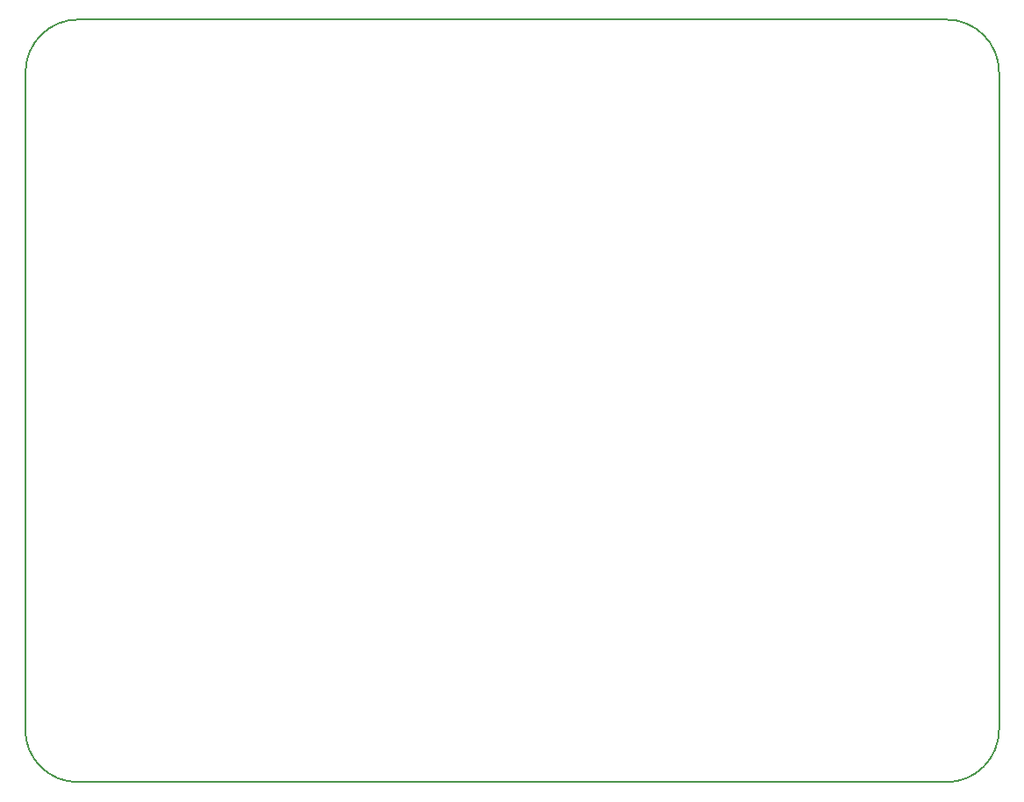
<source format=gbr>
%TF.GenerationSoftware,KiCad,Pcbnew,8.0.5*%
%TF.CreationDate,2025-08-09T00:58:03+07:00*%
%TF.ProjectId,arduino_dummy_shield,61726475-696e-46f5-9f64-756d6d795f73,rev?*%
%TF.SameCoordinates,Original*%
%TF.FileFunction,Profile,NP*%
%FSLAX46Y46*%
G04 Gerber Fmt 4.6, Leading zero omitted, Abs format (unit mm)*
G04 Created by KiCad (PCBNEW 8.0.5) date 2025-08-09 00:58:03*
%MOMM*%
%LPD*%
G01*
G04 APERTURE LIST*
%TA.AperFunction,Profile*%
%ADD10C,0.150000*%
%TD*%
G04 APERTURE END LIST*
D10*
X113980000Y-105080000D02*
X114020000Y-41460000D01*
X119100000Y-36498583D02*
X202870000Y-36500000D01*
X207950000Y-105080000D02*
G75*
G02*
X202870000Y-110160000I-5080000J0D01*
G01*
X202870000Y-36500000D02*
G75*
G02*
X207950000Y-41580000I0J-5080000D01*
G01*
X114020000Y-41460000D02*
G75*
G02*
X119100000Y-36498583I5080000J-120000D01*
G01*
X202870000Y-110160000D02*
X119060000Y-110160000D01*
X119060000Y-110160000D02*
G75*
G02*
X113980000Y-105080000I0J5080000D01*
G01*
X207950000Y-41580000D02*
X207950000Y-105080000D01*
M02*

</source>
